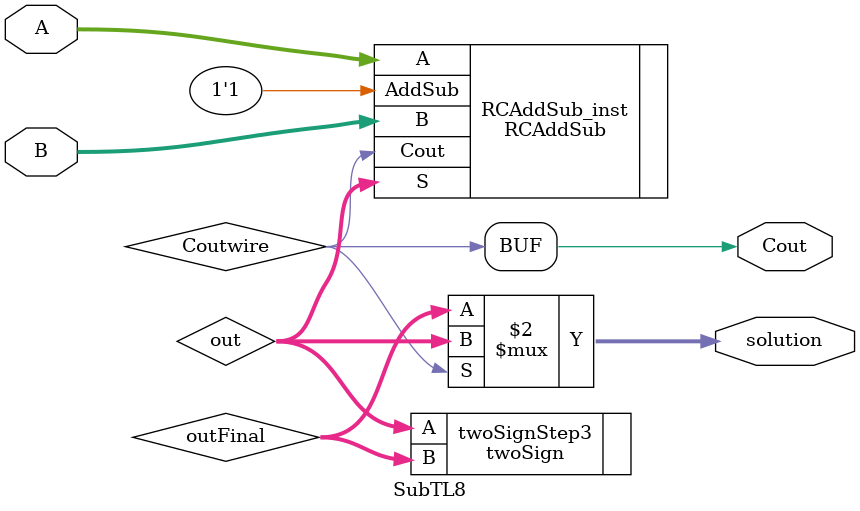
<source format=sv>
module SubTL8(
	input [7:0] A, B,
	output reg [7:0] solution,
	output Cout
);
	logic Coutwire;
	logic [7:0] outFinal, out;
	//assign Boutreg = BoutSign;
	assign Cout =  Coutwire;


RCAddSub RCAddSub_inst
(
	.AddSub(1'b1) ,	// input  AddSub_sig
	.A(A) ,	// input [7:0] A_sig
	.B(B) ,	// input [7:0] B_sig
	.S(out) ,	// output [7:0] S_sig
	.Cout(Coutwire) 	// output  Cout_sig
);

twoSign twoSignStep3
(
	.A(out) ,	// input [N-1:0] A_sig
	.B(outFinal) 	// output [N-1:0] B_sig
);

assign solution = (Coutwire == 1'b0) ? outFinal : out;
//assign solution = out;
	
endmodule 
</source>
